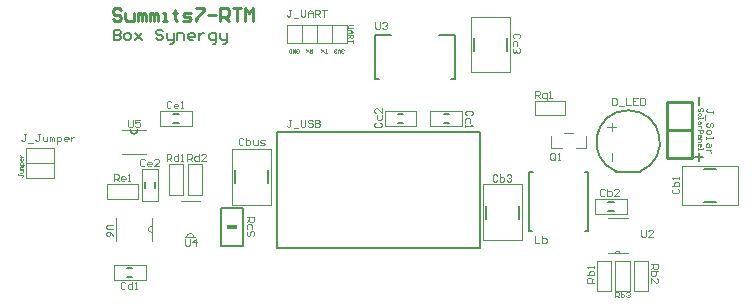
<source format=gto>
G04*
G04 #@! TF.GenerationSoftware,Altium Limited,Altium Designer,20.2.4 (192)*
G04*
G04 Layer_Color=65535*
%FSLAX25Y25*%
%MOIN*%
G70*
G04*
G04 #@! TF.SameCoordinates,BCC0224D-A4D8-4B5A-B13F-649094BAA86A*
G04*
G04*
G04 #@! TF.FilePolarity,Positive*
G04*
G01*
G75*
%ADD10C,0.00512*%
%ADD11C,0.00787*%
%ADD12C,0.00394*%
%ADD13C,0.00400*%
%ADD14C,0.00433*%
%ADD15C,0.00500*%
%ADD16C,0.00300*%
%ADD17C,0.00315*%
%ADD18C,0.00402*%
%ADD19C,0.01000*%
%ADD20C,0.00591*%
%ADD21C,0.00323*%
%ADD22C,0.00600*%
%ADD23C,0.00984*%
%ADD24C,0.00276*%
G36*
X72441Y23819D02*
Y25394D01*
X75984D01*
Y23819D01*
X72441D01*
D02*
G37*
D10*
X40231Y56890D02*
G03*
X42721Y56890I1245J0D01*
G01*
D11*
X210205Y43148D02*
G03*
X202268Y43120I-4004J9804D01*
G01*
X202264Y43110D02*
X210207D01*
X89252Y56307D02*
X156752D01*
X89252Y17598D02*
Y56307D01*
X156752Y17598D02*
Y56307D01*
D12*
X47343Y24808D02*
G03*
X47343Y22830I0J-989D01*
G01*
Y19980D02*
Y27657D01*
X35335Y19980D02*
Y27657D01*
X169685Y87452D02*
X170078Y87846D01*
Y88633D01*
X169685Y89026D01*
X168111D01*
X167717Y88633D01*
Y87846D01*
X168111Y87452D01*
X169291Y85091D02*
Y86272D01*
X168898Y86665D01*
X168111D01*
X167717Y86272D01*
Y85091D01*
X169685Y84304D02*
X170078Y83910D01*
Y83123D01*
X169685Y82729D01*
X169291D01*
X168898Y83123D01*
Y83517D01*
Y83123D01*
X168504Y82729D01*
X168111D01*
X167717Y83123D01*
Y83910D01*
X168111Y84304D01*
X181890Y47244D02*
Y48819D01*
X181496Y49212D01*
X180709D01*
X180315Y48819D01*
Y47244D01*
X180709Y46851D01*
X181496D01*
X181103Y47638D02*
X181890Y46851D01*
X181496D02*
X181890Y47244D01*
X182677Y46851D02*
X183464D01*
X183071D01*
Y49212D01*
X182677Y48819D01*
X45079Y46799D02*
X44686Y47192D01*
X43898D01*
X43505Y46799D01*
Y45225D01*
X43898Y44831D01*
X44686D01*
X45079Y45225D01*
X47047Y44831D02*
X46260D01*
X45866Y45225D01*
Y46012D01*
X46260Y46405D01*
X47047D01*
X47441Y46012D01*
Y45618D01*
X45866D01*
X49802Y44831D02*
X48228D01*
X49802Y46405D01*
Y46799D01*
X49409Y47192D01*
X48621D01*
X48228Y46799D01*
X121949Y92913D02*
Y90945D01*
X122342Y90551D01*
X123129D01*
X123523Y90945D01*
Y92913D01*
X124310Y92519D02*
X124704Y92913D01*
X125491D01*
X125884Y92519D01*
Y92125D01*
X125491Y91732D01*
X125097D01*
X125491D01*
X125884Y91338D01*
Y90945D01*
X125491Y90551D01*
X124704D01*
X124310Y90945D01*
X53937Y66141D02*
X53544Y66535D01*
X52757D01*
X52363Y66141D01*
Y64567D01*
X52757Y64174D01*
X53544D01*
X53937Y64567D01*
X55905Y64174D02*
X55118D01*
X54725Y64567D01*
Y65354D01*
X55118Y65748D01*
X55905D01*
X56299Y65354D01*
Y64961D01*
X54725D01*
X57086Y64174D02*
X57873D01*
X57480D01*
Y66535D01*
X57086Y66141D01*
X39509Y60391D02*
Y58424D01*
X39902Y58030D01*
X40689D01*
X41083Y58424D01*
Y60391D01*
X43444D02*
X41870D01*
Y59211D01*
X42657Y59604D01*
X43051D01*
X43444Y59211D01*
Y58424D01*
X43051Y58030D01*
X42263D01*
X41870Y58424D01*
X34784Y39882D02*
Y42244D01*
X35965D01*
X36359Y41850D01*
Y41063D01*
X35965Y40669D01*
X34784D01*
X35572D02*
X36359Y39882D01*
X38326D02*
X37539D01*
X37146Y40276D01*
Y41063D01*
X37539Y41457D01*
X38326D01*
X38720Y41063D01*
Y40669D01*
X37146D01*
X39507Y39882D02*
X40294D01*
X39901D01*
Y42244D01*
X39507Y41850D01*
X34645Y25394D02*
X32677D01*
X32283Y25000D01*
Y24213D01*
X32677Y23819D01*
X34645D01*
Y21458D02*
X34251Y22245D01*
X33464Y23032D01*
X32677D01*
X32283Y22639D01*
Y21852D01*
X32677Y21458D01*
X33071D01*
X33464Y21852D01*
Y23032D01*
X93937Y60391D02*
X93149D01*
X93543D01*
Y58424D01*
X93149Y58030D01*
X92756D01*
X92362Y58424D01*
X94724Y57636D02*
X96298D01*
X97085Y60391D02*
Y58424D01*
X97479Y58030D01*
X98266D01*
X98659Y58424D01*
Y60391D01*
X101021Y59998D02*
X100627Y60391D01*
X99840D01*
X99446Y59998D01*
Y59604D01*
X99840Y59211D01*
X100627D01*
X101021Y58817D01*
Y58424D01*
X100627Y58030D01*
X99840D01*
X99446Y58424D01*
X101808Y60391D02*
Y58030D01*
X102989D01*
X103382Y58424D01*
Y58817D01*
X102989Y59211D01*
X101808D01*
X102989D01*
X103382Y59604D01*
Y59998D01*
X102989Y60391D01*
X101808D01*
X234645Y62599D02*
Y63386D01*
Y62993D01*
X232677D01*
X232283Y63386D01*
Y63780D01*
X232677Y64173D01*
X231890Y61812D02*
Y60237D01*
X234251Y57876D02*
X234645Y58270D01*
Y59057D01*
X234251Y59450D01*
X233858D01*
X233464Y59057D01*
Y58270D01*
X233071Y57876D01*
X232677D01*
X232283Y58270D01*
Y59057D01*
X232677Y59450D01*
X232283Y56695D02*
Y55908D01*
X232677Y55515D01*
X233464D01*
X233858Y55908D01*
Y56695D01*
X233464Y57089D01*
X232677D01*
X232283Y56695D01*
Y54728D02*
Y53940D01*
Y54334D01*
X234645D01*
Y54728D01*
X233858Y52366D02*
Y51579D01*
X233464Y51185D01*
X232283D01*
Y52366D01*
X232677Y52760D01*
X233071Y52366D01*
Y51185D01*
X233858Y50398D02*
X232283D01*
X233071D01*
X233464Y50005D01*
X233858Y49611D01*
Y49218D01*
X210630Y23621D02*
Y21653D01*
X211023Y21260D01*
X211811D01*
X212204Y21653D01*
Y23621D01*
X214566Y21260D02*
X212991D01*
X214566Y22834D01*
Y23228D01*
X214172Y23621D01*
X213385D01*
X212991Y23228D01*
X58536Y20767D02*
Y18799D01*
X58930Y18406D01*
X59717D01*
X60110Y18799D01*
Y20767D01*
X62078Y18406D02*
Y20767D01*
X60898Y19586D01*
X62472D01*
X175197Y67716D02*
Y70078D01*
X176378D01*
X176771Y69684D01*
Y68897D01*
X176378Y68504D01*
X175197D01*
X175984D02*
X176771Y67716D01*
X179133Y66929D02*
Y69291D01*
X177952D01*
X177558Y68897D01*
Y68110D01*
X177952Y67716D01*
X179133D01*
X179920D02*
X180707D01*
X180313D01*
Y70078D01*
X179920Y69684D01*
X213779Y12205D02*
X216141D01*
Y11024D01*
X215747Y10630D01*
X214960D01*
X214567Y11024D01*
Y12205D01*
Y11418D02*
X213779Y10630D01*
X216141Y9843D02*
X213779D01*
Y8663D01*
X214173Y8269D01*
X214567D01*
X214960D01*
X215354Y8663D01*
Y9843D01*
X213779Y5908D02*
Y7482D01*
X215354Y5908D01*
X215747D01*
X216141Y6301D01*
Y7088D01*
X215747Y7482D01*
X194882Y6102D02*
X192520D01*
Y7283D01*
X192914Y7677D01*
X193701D01*
X194095Y7283D01*
Y6102D01*
Y6889D02*
X194882Y7677D01*
X192520Y8464D02*
X194882D01*
Y9645D01*
X194488Y10038D01*
X194095D01*
X193701D01*
X193308Y9645D01*
Y8464D01*
X194882Y10825D02*
Y11612D01*
Y11219D01*
X192520D01*
X192914Y10825D01*
X59252Y46614D02*
Y48976D01*
X60433D01*
X60826Y48582D01*
Y47795D01*
X60433Y47401D01*
X59252D01*
X60039D02*
X60826Y46614D01*
X63188Y48976D02*
Y46614D01*
X62007D01*
X61613Y47008D01*
Y47795D01*
X62007Y48188D01*
X63188D01*
X65549Y46614D02*
X63975D01*
X65549Y48188D01*
Y48582D01*
X65156Y48976D01*
X64368D01*
X63975Y48582D01*
X52363Y46614D02*
Y48976D01*
X53544D01*
X53937Y48582D01*
Y47795D01*
X53544Y47401D01*
X52363D01*
X53150D02*
X53937Y46614D01*
X56299Y48976D02*
Y46614D01*
X55118D01*
X54725Y47008D01*
Y47795D01*
X55118Y48188D01*
X56299D01*
X57086Y46614D02*
X57873D01*
X57480D01*
Y48976D01*
X57086Y48582D01*
X79134Y27953D02*
X81495D01*
Y26772D01*
X81102Y26379D01*
X80315D01*
X79921Y26772D01*
Y27953D01*
Y27166D02*
X79134Y26379D01*
X80708Y24017D02*
Y25198D01*
X80315Y25591D01*
X79527D01*
X79134Y25198D01*
Y24017D01*
X81102Y21656D02*
X81495Y22049D01*
Y22836D01*
X81102Y23230D01*
X80708D01*
X80315Y22836D01*
Y22049D01*
X79921Y21656D01*
X79527D01*
X79134Y22049D01*
Y22836D01*
X79527Y23230D01*
X175059Y21653D02*
Y19291D01*
X176633D01*
X177420Y21653D02*
Y19291D01*
X178601D01*
X178995Y19685D01*
Y20078D01*
Y20472D01*
X178601Y20866D01*
X177420D01*
X93937Y97095D02*
X93149D01*
X93543D01*
Y95127D01*
X93149Y94733D01*
X92756D01*
X92362Y95127D01*
X94724Y94340D02*
X96298D01*
X97085Y97095D02*
Y95127D01*
X97479Y94733D01*
X98266D01*
X98659Y95127D01*
Y97095D01*
X99446Y94733D02*
Y96307D01*
X100234Y97095D01*
X101021Y96307D01*
Y94733D01*
Y95914D01*
X99446D01*
X101808Y94733D02*
Y97095D01*
X102989D01*
X103382Y96701D01*
Y95914D01*
X102989Y95520D01*
X101808D01*
X102595D02*
X103382Y94733D01*
X104169Y97095D02*
X105744D01*
X104956D01*
Y94733D01*
X5511Y55511D02*
X4724D01*
X5118D01*
Y53543D01*
X4724Y53150D01*
X4331D01*
X3937Y53543D01*
X6298Y52756D02*
X7873D01*
X10234Y55511D02*
X9447D01*
X9841D01*
Y53543D01*
X9447Y53150D01*
X9053D01*
X8660Y53543D01*
X11021Y54724D02*
Y53543D01*
X11415Y53150D01*
X12596D01*
Y54724D01*
X13383Y53150D02*
Y54724D01*
X13776D01*
X14170Y54330D01*
Y53150D01*
Y54330D01*
X14563Y54724D01*
X14957Y54330D01*
Y53150D01*
X15744Y52363D02*
Y54724D01*
X16925D01*
X17319Y54330D01*
Y53543D01*
X16925Y53150D01*
X15744D01*
X19286D02*
X18499D01*
X18106Y53543D01*
Y54330D01*
X18499Y54724D01*
X19286D01*
X19680Y54330D01*
Y53937D01*
X18106D01*
X20467Y54724D02*
Y53150D01*
Y53937D01*
X20861Y54330D01*
X21254Y54724D01*
X21648D01*
X200787Y67716D02*
Y65354D01*
X201968D01*
X202362Y65748D01*
Y67322D01*
X201968Y67716D01*
X200787D01*
X203149Y64961D02*
X204723D01*
X205510Y67716D02*
Y65354D01*
X207085D01*
X209446Y67716D02*
X207872D01*
Y65354D01*
X209446D01*
X207872Y66535D02*
X208659D01*
X210233Y67716D02*
Y65354D01*
X211414D01*
X211807Y65748D01*
Y67322D01*
X211414Y67716D01*
X210233D01*
X122048Y59448D02*
X121654Y59055D01*
Y58268D01*
X122048Y57874D01*
X123622D01*
X124016Y58268D01*
Y59055D01*
X123622Y59448D01*
X122441Y61810D02*
Y60629D01*
X122835Y60236D01*
X123622D01*
X124016Y60629D01*
Y61810D01*
Y64171D02*
Y62597D01*
X122441Y64171D01*
X122048D01*
X121654Y63778D01*
Y62990D01*
X122048Y62597D01*
X153936Y61812D02*
X154330Y62205D01*
Y62992D01*
X153936Y63386D01*
X152362D01*
X151969Y62992D01*
Y62205D01*
X152362Y61812D01*
X153543Y59450D02*
Y60631D01*
X153149Y61024D01*
X152362D01*
X151969Y60631D01*
Y59450D01*
Y58663D02*
Y57876D01*
Y58269D01*
X154330D01*
X153936Y58663D01*
X162598Y41732D02*
X162204Y42125D01*
X161417D01*
X161024Y41732D01*
Y40157D01*
X161417Y39764D01*
X162204D01*
X162598Y40157D01*
X163385Y42125D02*
Y39764D01*
X164566D01*
X164959Y40157D01*
Y40551D01*
Y40944D01*
X164566Y41338D01*
X163385D01*
X165746Y41732D02*
X166140Y42125D01*
X166927D01*
X167321Y41732D01*
Y41338D01*
X166927Y40944D01*
X166534D01*
X166927D01*
X167321Y40551D01*
Y40157D01*
X166927Y39764D01*
X166140D01*
X165746Y40157D01*
X198425Y37007D02*
X198031Y37401D01*
X197244D01*
X196850Y37007D01*
Y35433D01*
X197244Y35039D01*
X198031D01*
X198425Y35433D01*
X199212Y37401D02*
Y35039D01*
X200393D01*
X200786Y35433D01*
Y35827D01*
Y36220D01*
X200393Y36614D01*
X199212D01*
X203148Y35039D02*
X201573D01*
X203148Y36614D01*
Y37007D01*
X202754Y37401D01*
X201967D01*
X201573Y37007D01*
X221260Y37401D02*
X220867Y37007D01*
Y36220D01*
X221260Y35827D01*
X222835D01*
X223228Y36220D01*
Y37007D01*
X222835Y37401D01*
X220867Y38188D02*
X223228D01*
Y39369D01*
X222835Y39762D01*
X222441D01*
X222048D01*
X221654Y39369D01*
Y38188D01*
X223228Y40550D02*
Y41337D01*
Y40943D01*
X220867D01*
X221260Y40550D01*
X38582Y5905D02*
X38189Y6298D01*
X37401D01*
X37008Y5905D01*
Y4331D01*
X37401Y3937D01*
X38189D01*
X38582Y4331D01*
X40944Y6298D02*
Y3937D01*
X39763D01*
X39369Y4331D01*
Y5118D01*
X39763Y5511D01*
X40944D01*
X41731Y3937D02*
X42518D01*
X42124D01*
Y6298D01*
X41731Y5905D01*
X77952Y53936D02*
X77559Y54330D01*
X76771D01*
X76378Y53936D01*
Y52362D01*
X76771Y51968D01*
X77559D01*
X77952Y52362D01*
X78739Y54330D02*
Y51968D01*
X79920D01*
X80314Y52362D01*
Y52756D01*
Y53149D01*
X79920Y53543D01*
X78739D01*
X81101D02*
Y52362D01*
X81494Y51968D01*
X82675D01*
Y53543D01*
X83462Y51968D02*
X84643D01*
X85037Y52362D01*
X84643Y52756D01*
X83856D01*
X83462Y53149D01*
X83856Y53543D01*
X85037D01*
D13*
X203556Y15846D02*
G03*
X201956Y15846I-800J0D01*
G01*
X61436Y21265D02*
G03*
X59036Y21265I-1200J0D01*
G01*
X200787Y57874D02*
Y59183D01*
Y57874D02*
X202264D01*
X199311Y57953D02*
X202264D01*
X200787D02*
X202264D01*
X200787D02*
Y59262D01*
Y56604D02*
Y59262D01*
Y46604D02*
Y49262D01*
X188681Y50886D02*
X192323D01*
Y55020D01*
X184941Y56004D02*
X187894D01*
X180512Y50886D02*
X184153D01*
X180512D02*
Y55020D01*
X199409Y27657D02*
X206102D01*
X199409Y15846D02*
X206102D01*
X58536Y21265D02*
X59036D01*
X61436D01*
X61936D01*
X57036Y33165D02*
X63436D01*
X5512Y41063D02*
X14961D01*
X5512D02*
Y46063D01*
X14961D01*
Y41063D02*
Y46063D01*
X5512Y47807D02*
Y51083D01*
X14961Y47756D02*
Y51083D01*
X5512D02*
X14961D01*
X107362Y85878D02*
X112362D01*
Y91878D01*
X92362D02*
X112362D01*
X92362Y85878D02*
Y91878D01*
Y85878D02*
X112362D01*
X107362D02*
Y91878D01*
X102362Y85878D02*
Y91878D01*
X97362Y85878D02*
Y91878D01*
X230777Y63174D02*
X231027Y63424D01*
Y63923D01*
X230777Y64173D01*
X230527D01*
X230277Y63923D01*
Y63424D01*
X230027Y63174D01*
X229778D01*
X229528Y63424D01*
Y63923D01*
X229778Y64173D01*
X229528Y62424D02*
Y61924D01*
X229778Y61674D01*
X230277D01*
X230527Y61924D01*
Y62424D01*
X230277Y62674D01*
X229778D01*
X229528Y62424D01*
Y61174D02*
Y60674D01*
Y60924D01*
X231027D01*
Y61174D01*
X230527Y59675D02*
Y59175D01*
X230277Y58925D01*
X229528D01*
Y59675D01*
X229778Y59925D01*
X230027Y59675D01*
Y58925D01*
X230527Y58425D02*
X229528D01*
X230027D01*
X230277Y58175D01*
X230527Y57925D01*
Y57675D01*
X229528Y56925D02*
X231027D01*
Y56176D01*
X230777Y55926D01*
X230277D01*
X230027Y56176D01*
Y56925D01*
X230527Y55176D02*
Y54676D01*
X230277Y54426D01*
X229528D01*
Y55176D01*
X229778Y55426D01*
X230027Y55176D01*
Y54426D01*
X229528Y53926D02*
X230527D01*
Y53177D01*
X230277Y52927D01*
X229528D01*
Y51677D02*
Y52177D01*
X229778Y52427D01*
X230277D01*
X230527Y52177D01*
Y51677D01*
X230277Y51427D01*
X230027D01*
Y52427D01*
X229528Y50928D02*
Y50428D01*
Y50678D01*
X231027D01*
Y50928D01*
D14*
X37539Y49016D02*
X45413D01*
X37539Y56890D02*
X45413D01*
D15*
X165748Y83307D02*
Y87559D01*
X154724Y83307D02*
Y87559D01*
X54587Y62360D02*
X56358D01*
X54587Y59211D02*
X56358D01*
X48425Y37697D02*
Y39469D01*
X45276Y37697D02*
Y39469D01*
X144685Y62303D02*
X146457D01*
X144685Y59153D02*
X146457D01*
X89252Y17598D02*
X156752D01*
X39183Y7874D02*
X40955D01*
X39183Y11024D02*
X40955D01*
X129429Y59153D02*
X131201D01*
X129429Y62303D02*
X131201D01*
X148327Y73999D02*
Y88599D01*
X147146Y73999D02*
X148327D01*
X143209Y88599D02*
X148327D01*
X121949Y73999D02*
X123130D01*
X121949D02*
Y88599D01*
X127067D01*
X86221Y39213D02*
Y43465D01*
X75197Y39213D02*
Y43465D01*
X231339Y43976D02*
X235591D01*
X231339Y32953D02*
X235591D01*
X169980Y27398D02*
Y31650D01*
X158957Y27398D02*
Y31650D01*
X192913Y23425D02*
Y43110D01*
X191732Y23425D02*
X192913D01*
X191929Y43110D02*
X192913D01*
X173228Y23425D02*
Y43110D01*
X174409D01*
X173228Y23425D02*
X174213D01*
X70472Y18406D02*
Y30807D01*
Y18406D02*
X77953D01*
Y30807D01*
X70472D02*
X77953D01*
X199567Y29921D02*
X201339D01*
X199567Y33071D02*
X201339D01*
D16*
X166736Y76133D02*
Y94733D01*
X153736Y76133D02*
X166736D01*
X153736D02*
Y94733D01*
X166736D01*
X50157Y58226D02*
Y63345D01*
Y58226D02*
X60787D01*
Y63345D01*
X50157D02*
X60787D01*
X44291Y43898D02*
X49409D01*
X44291Y33268D02*
Y43898D01*
Y33268D02*
X49409D01*
Y43898D01*
X42717Y34076D02*
Y38800D01*
X32480D02*
X42717D01*
X32480Y34076D02*
Y38800D01*
Y34076D02*
X42717D01*
X140256Y58169D02*
Y63287D01*
Y58169D02*
X150886D01*
Y63287D01*
X140256D02*
X150886D01*
X45384Y6890D02*
Y12008D01*
X34754D02*
X45384D01*
X34754Y6890D02*
Y12008D01*
Y6890D02*
X45384D01*
X135630Y58169D02*
Y63287D01*
X125000D02*
X135630D01*
X125000Y58169D02*
Y63287D01*
Y58169D02*
X135630D01*
X74209Y32039D02*
X87209D01*
Y50639D01*
X74209D02*
X87209D01*
X74209Y32039D02*
Y50639D01*
X224165Y44965D02*
X242765D01*
Y31965D02*
Y44965D01*
X224165Y31965D02*
X242765D01*
X224165D02*
Y44965D01*
X157968Y20224D02*
X170968D01*
Y38824D01*
X157968D02*
X170968D01*
X157968Y20224D02*
Y38824D01*
X57835Y35433D02*
Y45669D01*
X53110Y35433D02*
X57835D01*
X53110D02*
Y45669D01*
X57835D01*
X59350D02*
X64075D01*
X59350Y35433D02*
Y45669D01*
Y35433D02*
X64075D01*
Y45669D01*
X195669Y13445D02*
X200394D01*
X195669Y3209D02*
Y13445D01*
Y3209D02*
X200394D01*
Y13445D01*
X208268Y3209D02*
Y13445D01*
X212992D01*
Y3209D02*
Y13445D01*
X208268Y3209D02*
X212992D01*
X201969Y13386D02*
X206693D01*
X201969Y3150D02*
Y13386D01*
Y3150D02*
X206693D01*
Y13386D01*
X175059Y61811D02*
X185295D01*
X175059D02*
Y66535D01*
X185295D01*
Y61811D02*
Y66535D01*
X195138Y34055D02*
X205768D01*
Y28937D02*
Y34055D01*
X195138Y28937D02*
X205768D01*
X195138D02*
Y34055D01*
X114462Y91878D02*
X113129D01*
X112862Y91611D01*
Y91078D01*
X113129Y90812D01*
X114462D01*
X112862Y90279D02*
X113928D01*
X114462Y89745D01*
X113928Y89212D01*
X112862D01*
X113662D01*
Y90279D01*
X112862Y88679D02*
X114462D01*
Y87879D01*
X114195Y87613D01*
X113662D01*
X113395Y87879D01*
Y88679D01*
Y88146D02*
X112862Y87613D01*
X114462Y87080D02*
Y86013D01*
Y86546D01*
X112862D01*
X111362Y82803D02*
X111162Y82604D01*
X110762D01*
X110563Y82803D01*
Y83003D01*
X110762Y83203D01*
X110962D01*
X110762D01*
X110563Y83403D01*
Y83603D01*
X110762Y83803D01*
X111162D01*
X111362Y83603D01*
X110163Y82604D02*
Y83403D01*
X109763Y83803D01*
X109363Y83403D01*
Y82604D01*
X108963Y82803D02*
X108763Y82604D01*
X108363D01*
X108163Y82803D01*
Y83003D01*
X108363Y83203D01*
X108563D01*
X108363D01*
X108163Y83403D01*
Y83603D01*
X108363Y83803D01*
X108763D01*
X108963Y83603D01*
X105862Y82604D02*
X105062D01*
X105462D01*
Y83803D01*
X104663Y83003D02*
X103863Y83803D01*
X104263Y83403D01*
X103863Y83003D01*
X104663Y83803D01*
X100862D02*
Y82604D01*
X100262D01*
X100063Y82803D01*
Y83203D01*
X100262Y83403D01*
X100862D01*
X100462D02*
X100063Y83803D01*
X99663Y83003D02*
X98863Y83803D01*
X99263Y83403D01*
X98863Y83003D01*
X99663Y83803D01*
X95562Y82803D02*
X95762Y82604D01*
X96162D01*
X96362Y82803D01*
Y83603D01*
X96162Y83803D01*
X95762D01*
X95562Y83603D01*
Y83203D01*
X95962D01*
X95163Y83803D02*
Y82604D01*
X94363Y83803D01*
Y82604D01*
X93963D02*
Y83803D01*
X93363D01*
X93163Y83603D01*
Y82803D01*
X93363Y82604D01*
X93963D01*
D17*
X5512Y46063D02*
Y47807D01*
D18*
Y46063D02*
Y48898D01*
X14961Y46012D02*
Y48846D01*
D19*
X227362Y47736D02*
Y66240D01*
X219094D02*
X227362D01*
X219094Y47736D02*
Y66240D01*
Y47736D02*
X227362D01*
X219094Y56791D02*
X227362D01*
D20*
X34678Y90404D02*
Y86862D01*
X36449D01*
X37039Y87452D01*
Y88042D01*
X36449Y88633D01*
X34678D01*
X36449D01*
X37039Y89223D01*
Y89814D01*
X36449Y90404D01*
X34678D01*
X38811Y86862D02*
X39991D01*
X40582Y87452D01*
Y88633D01*
X39991Y89223D01*
X38811D01*
X38220Y88633D01*
Y87452D01*
X38811Y86862D01*
X41762Y89223D02*
X44124Y86862D01*
X42943Y88042D01*
X44124Y89223D01*
X41762Y86862D01*
X51208Y89814D02*
X50618Y90404D01*
X49437D01*
X48847Y89814D01*
Y89223D01*
X49437Y88633D01*
X50618D01*
X51208Y88042D01*
Y87452D01*
X50618Y86862D01*
X49437D01*
X48847Y87452D01*
X52389Y89223D02*
Y87452D01*
X52979Y86862D01*
X54750D01*
Y86272D01*
X54160Y85681D01*
X53570D01*
X54750Y86862D02*
Y89223D01*
X55931Y86862D02*
Y89223D01*
X57702D01*
X58292Y88633D01*
Y86862D01*
X61244D02*
X60063D01*
X59473Y87452D01*
Y88633D01*
X60063Y89223D01*
X61244D01*
X61835Y88633D01*
Y88042D01*
X59473D01*
X63015Y89223D02*
Y86862D01*
Y88042D01*
X63606Y88633D01*
X64196Y89223D01*
X64786D01*
X67738Y85681D02*
X68328D01*
X68919Y86272D01*
Y89223D01*
X67148D01*
X66557Y88633D01*
Y87452D01*
X67148Y86862D01*
X68919D01*
X70100Y89223D02*
Y87452D01*
X70690Y86862D01*
X72461D01*
Y86272D01*
X71871Y85681D01*
X71280D01*
X72461Y86862D02*
Y89223D01*
D21*
X2993Y42309D02*
Y41863D01*
Y42086D01*
X4108D01*
X4331Y41863D01*
Y41640D01*
X4108Y41417D01*
X3439Y42755D02*
X4108D01*
X4331Y42979D01*
Y43648D01*
X3439D01*
X4331Y44094D02*
X3439D01*
Y44317D01*
X3662Y44540D01*
X4331D01*
X3662D01*
X3439Y44763D01*
X3662Y44986D01*
X4331D01*
X4777Y45432D02*
X3439D01*
Y46101D01*
X3662Y46324D01*
X4108D01*
X4331Y46101D01*
Y45432D01*
Y47439D02*
Y46993D01*
X4108Y46770D01*
X3662D01*
X3439Y46993D01*
Y47439D01*
X3662Y47662D01*
X3885D01*
Y46770D01*
X3439Y48108D02*
X4331D01*
X3885D01*
X3662Y48331D01*
X3439Y48554D01*
Y48777D01*
D22*
X229952Y49262D02*
Y46596D01*
X231285Y47929D02*
X228619D01*
X229952Y68110D02*
Y65444D01*
D23*
X37236Y96802D02*
X36547Y97491D01*
X35170D01*
X34481Y96802D01*
Y96113D01*
X35170Y95424D01*
X36547D01*
X37236Y94736D01*
Y94047D01*
X36547Y93358D01*
X35170D01*
X34481Y94047D01*
X38614Y96113D02*
Y94047D01*
X39302Y93358D01*
X41369D01*
Y96113D01*
X42746Y93358D02*
Y96113D01*
X43435D01*
X44124Y95424D01*
Y93358D01*
Y95424D01*
X44812Y96113D01*
X45501Y95424D01*
Y93358D01*
X46879D02*
Y96113D01*
X47567D01*
X48256Y95424D01*
Y93358D01*
Y95424D01*
X48945Y96113D01*
X49634Y95424D01*
Y93358D01*
X51011D02*
X52389D01*
X51700D01*
Y96113D01*
X51011D01*
X55144Y96802D02*
Y96113D01*
X54455D01*
X55832D01*
X55144D01*
Y94047D01*
X55832Y93358D01*
X57899D02*
X59965D01*
X60654Y94047D01*
X59965Y94736D01*
X58587D01*
X57899Y95424D01*
X58587Y96113D01*
X60654D01*
X62031Y97491D02*
X64786D01*
Y96802D01*
X62031Y94047D01*
Y93358D01*
X66164Y95424D02*
X68919D01*
X70296Y93358D02*
Y97491D01*
X72363D01*
X73051Y96802D01*
Y95424D01*
X72363Y94736D01*
X70296D01*
X71674D02*
X73051Y93358D01*
X74429Y97491D02*
X77184D01*
X75806D01*
Y93358D01*
X78561D02*
Y97491D01*
X79939Y96113D01*
X81316Y97491D01*
Y93358D01*
D24*
X201956Y1181D02*
Y2952D01*
X202841D01*
X203137Y2657D01*
Y2067D01*
X202841Y1771D01*
X201956D01*
X202546D02*
X203137Y1181D01*
X203727Y2952D02*
Y1181D01*
X204612D01*
X204908Y1476D01*
Y1771D01*
Y2067D01*
X204612Y2362D01*
X203727D01*
X205498Y2657D02*
X205793Y2952D01*
X206384D01*
X206679Y2657D01*
Y2362D01*
X206384Y2067D01*
X206088D01*
X206384D01*
X206679Y1771D01*
Y1476D01*
X206384Y1181D01*
X205793D01*
X205498Y1476D01*
M02*

</source>
